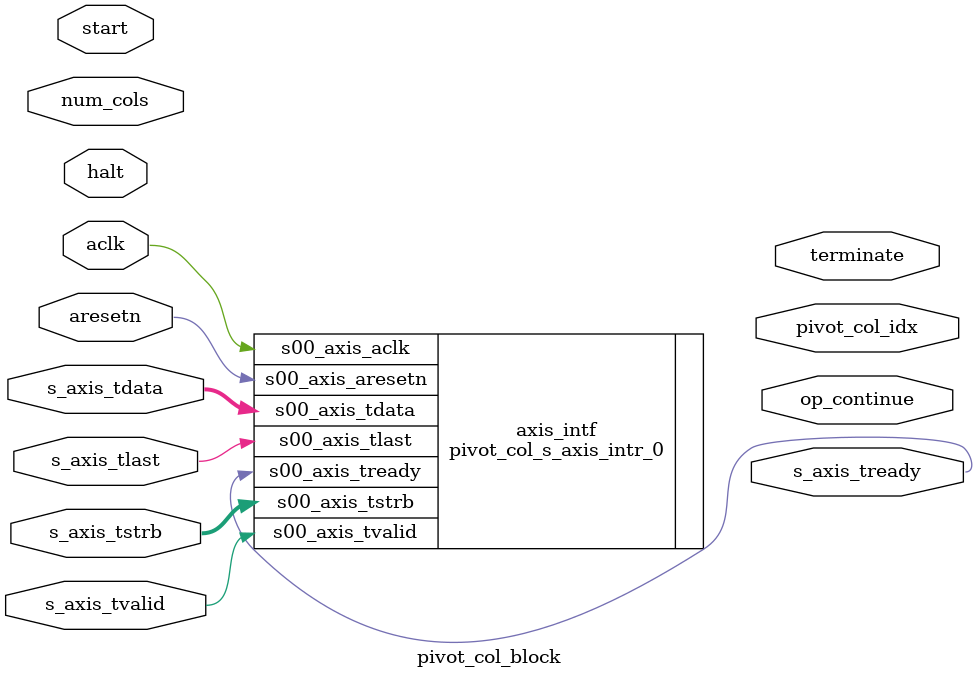
<source format=v>
`timescale 1ns / 1ps


module pivot_col_block(
    // Inputs
    input aclk,
    input aresetn,
    input start,
    input halt,
    input [31:0] s_axis_tdata,
    input [3:0] s_axis_tstrb,
    input s_axis_tlast,
    input s_axis_tvalid,
    input [15:0] num_cols,
    
    // Outputs
    output s_axis_tready,
    output terminate,
    output op_continue,
    output [31:0] pivot_col_idx
    );
    
    
    
    pivot_col_s_axis_intr_0 axis_intf(
      .s00_axis_tdata(s_axis_tdata),
      .s00_axis_tstrb(s_axis_tstrb),
      .s00_axis_tlast(s_axis_tlast),
      .s00_axis_tvalid(s_axis_tvalid),
      .s00_axis_tready(s_axis_tready),
      .s00_axis_aclk(aclk),
      .s00_axis_aresetn(aresetn)
    );

endmodule

</source>
